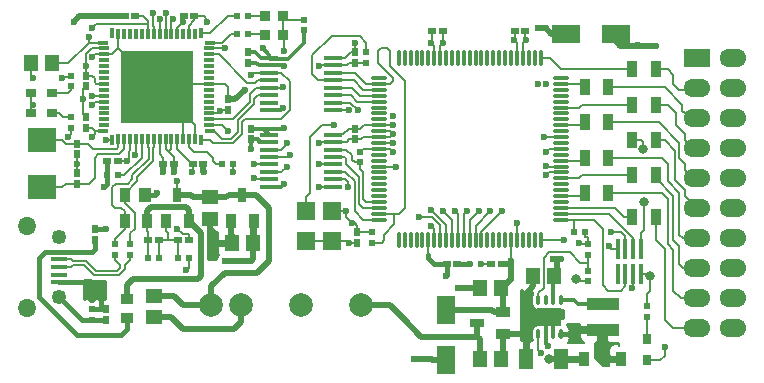
<source format=gtl>
G04 #@! TF.FileFunction,Copper,L1,Top,Signal*
%FSLAX46Y46*%
G04 Gerber Fmt 4.6, Leading zero omitted, Abs format (unit mm)*
G04 Created by KiCad (PCBNEW (after 2015-mar-04 BZR unknown)-product) date Tue 07 Apr 2015 10:15:23 PM EDT*
%MOMM*%
G01*
G04 APERTURE LIST*
%ADD10C,0.100000*%
%ADD11O,1.500000X0.300000*%
%ADD12O,0.300000X1.500000*%
%ADD13O,0.300000X0.850000*%
%ADD14R,2.100000X1.600000*%
%ADD15R,0.900000X0.950000*%
%ADD16R,2.286000X1.524000*%
%ADD17O,2.286000X1.524000*%
%ADD18R,2.400000X2.000000*%
%ADD19C,2.000000*%
%ADD20R,0.300000X0.900000*%
%ADD21R,0.900000X0.300000*%
%ADD22R,6.150000X6.150000*%
%ADD23C,0.800000*%
%ADD24R,0.899160X0.800100*%
%ADD25R,1.100000X1.300000*%
%ADD26R,0.900000X1.300000*%
%ADD27R,1.000000X0.950000*%
%ADD28R,1.350000X0.400000*%
%ADD29O,1.550000X1.550000*%
%ADD30O,1.250000X1.250000*%
%ADD31R,0.800000X1.300000*%
%ADD32R,1.300000X0.900000*%
%ADD33R,1.300000X0.800000*%
%ADD34R,1.600000X1.500000*%
%ADD35R,1.200000X1.800000*%
%ADD36R,0.900000X1.200000*%
%ADD37R,2.700000X1.000000*%
%ADD38R,0.457000X1.727000*%
%ADD39R,0.950000X1.450000*%
%ADD40R,0.600000X0.600000*%
%ADD41R,0.650000X0.600000*%
%ADD42R,0.600000X0.650000*%
%ADD43R,1.450000X1.150000*%
%ADD44R,1.150000X1.450000*%
%ADD45O,1.550000X0.400000*%
%ADD46R,1.550000X2.400000*%
%ADD47R,2.400000X1.550000*%
%ADD48R,0.800100X0.899160*%
%ADD49C,0.600000*%
%ADD50C,0.500000*%
%ADD51C,0.200000*%
%ADD52C,0.400000*%
%ADD53C,0.300000*%
%ADD54C,0.600000*%
%ADD55C,0.254000*%
G04 APERTURE END LIST*
D10*
D11*
X131050000Y-94250000D03*
X131050000Y-94750000D03*
X131050000Y-95250000D03*
X131050000Y-95750000D03*
X131050000Y-96250000D03*
X131050000Y-96750000D03*
X131050000Y-97250000D03*
X131050000Y-97750000D03*
X131050000Y-98250000D03*
X131050000Y-98750000D03*
X131050000Y-99250000D03*
X131050000Y-99750000D03*
X131050000Y-100250000D03*
X131050000Y-100750000D03*
X131050000Y-101250000D03*
X131050000Y-101750000D03*
X131050000Y-102250000D03*
X131050000Y-102750000D03*
X131050000Y-103250000D03*
X131050000Y-103750000D03*
X131050000Y-104250000D03*
X131050000Y-104750000D03*
X131050000Y-105250000D03*
X131050000Y-105750000D03*
X131050000Y-106250000D03*
D12*
X132750000Y-107950000D03*
X133250000Y-107950000D03*
X133750000Y-107950000D03*
X134250000Y-107950000D03*
X134750000Y-107950000D03*
X135250000Y-107950000D03*
X135750000Y-107950000D03*
X136250000Y-107950000D03*
X136750000Y-107950000D03*
X137250000Y-107950000D03*
X137750000Y-107950000D03*
X138250000Y-107950000D03*
X138750000Y-107950000D03*
X139250000Y-107950000D03*
X139750000Y-107950000D03*
X140250000Y-107950000D03*
X140750000Y-107950000D03*
X141250000Y-107950000D03*
X141750000Y-107950000D03*
X142250000Y-107950000D03*
X142750000Y-107950000D03*
X143250000Y-107950000D03*
X143750000Y-107950000D03*
X144250000Y-107950000D03*
X144750000Y-107950000D03*
D11*
X146450000Y-106250000D03*
X146450000Y-105750000D03*
X146450000Y-105250000D03*
X146450000Y-104750000D03*
X146450000Y-104250000D03*
X146450000Y-103750000D03*
X146450000Y-103250000D03*
X146450000Y-102750000D03*
X146450000Y-102250000D03*
X146450000Y-101750000D03*
X146450000Y-101250000D03*
X146450000Y-100750000D03*
X146450000Y-100250000D03*
X146450000Y-99750000D03*
X146450000Y-99250000D03*
X146450000Y-98750000D03*
X146450000Y-98250000D03*
X146450000Y-97750000D03*
X146450000Y-97250000D03*
X146450000Y-96750000D03*
X146450000Y-96250000D03*
X146450000Y-95750000D03*
X146450000Y-95250000D03*
X146450000Y-94750000D03*
X146450000Y-94250000D03*
D12*
X144750000Y-92550000D03*
X144250000Y-92550000D03*
X143750000Y-92550000D03*
X143250000Y-92550000D03*
X142750000Y-92550000D03*
X142250000Y-92550000D03*
X141750000Y-92550000D03*
X141250000Y-92550000D03*
X140750000Y-92550000D03*
X140250000Y-92550000D03*
X139750000Y-92550000D03*
X139250000Y-92550000D03*
X138750000Y-92550000D03*
X138250000Y-92550000D03*
X137750000Y-92550000D03*
X137250000Y-92550000D03*
X136750000Y-92550000D03*
X136250000Y-92550000D03*
X135750000Y-92550000D03*
X135250000Y-92550000D03*
X134750000Y-92550000D03*
X134250000Y-92550000D03*
X133750000Y-92550000D03*
X133250000Y-92550000D03*
X132750000Y-92550000D03*
D13*
X146475000Y-113050000D03*
X145825000Y-113050000D03*
X145175000Y-113050000D03*
X144525000Y-113050000D03*
X144525000Y-115950000D03*
X145175000Y-115950000D03*
X145825000Y-115950000D03*
X146475000Y-115950000D03*
D14*
X145500000Y-114500000D03*
D15*
X122950000Y-89000000D03*
X121450000Y-89000000D03*
D16*
X157976000Y-92570000D03*
D17*
X157976000Y-95110000D03*
X157976000Y-97650000D03*
X157976000Y-100190000D03*
X157976000Y-102730000D03*
X157976000Y-105270000D03*
X157976000Y-107810000D03*
X157976000Y-110350000D03*
X157976000Y-112890000D03*
X157976000Y-115430000D03*
X161024000Y-92570000D03*
X161024000Y-95110000D03*
X161024000Y-97650000D03*
X161024000Y-100190000D03*
X161024000Y-102730000D03*
X161024000Y-105270000D03*
X161024000Y-107810000D03*
X161024000Y-110350000D03*
X161024000Y-112890000D03*
X161024000Y-115430000D03*
D18*
X102500000Y-99500000D03*
X102500000Y-103500000D03*
D19*
X116880000Y-113500000D03*
X119420000Y-113500000D03*
X124500000Y-113500000D03*
X129580000Y-113500000D03*
D20*
X108500000Y-99540000D03*
X109000000Y-99450000D03*
X109500000Y-99450000D03*
X110000000Y-99450000D03*
X110500000Y-99450000D03*
X111000000Y-99450000D03*
X111500000Y-99450000D03*
X112000000Y-99450000D03*
X112500000Y-99450000D03*
X113000000Y-99450000D03*
X113500000Y-99450000D03*
X114000000Y-99450000D03*
X114500000Y-99450000D03*
X115000000Y-99450000D03*
X115500000Y-99450000D03*
X116000000Y-99540000D03*
D21*
X116790000Y-98750000D03*
X116700000Y-98250000D03*
X116700000Y-97750000D03*
X116700000Y-97250000D03*
X116700000Y-96750000D03*
X116700000Y-96250000D03*
X116700000Y-95750000D03*
X116700000Y-95250000D03*
X116700000Y-94750000D03*
X116700000Y-94250000D03*
X116700000Y-93750000D03*
X116700000Y-93250000D03*
X116700000Y-92750000D03*
X116700000Y-92250000D03*
X116700000Y-91750000D03*
X116790000Y-91250000D03*
D20*
X116000000Y-90460000D03*
X115500000Y-90550000D03*
X115000000Y-90550000D03*
X114500000Y-90550000D03*
X114000000Y-90550000D03*
X113500000Y-90550000D03*
X113000000Y-90550000D03*
X112500000Y-90550000D03*
X112000000Y-90550000D03*
X111500000Y-90550000D03*
X111000000Y-90550000D03*
X110500000Y-90550000D03*
X110000000Y-90550000D03*
X109500000Y-90550000D03*
X109000000Y-90550000D03*
X108500000Y-90460000D03*
D21*
X107710000Y-91250000D03*
X107800000Y-91750000D03*
X107800000Y-92250000D03*
X107800000Y-92750000D03*
X107800000Y-93250000D03*
X107800000Y-93750000D03*
X107800000Y-94250000D03*
X107800000Y-94750000D03*
X107800000Y-95250000D03*
X107800000Y-95750000D03*
X107800000Y-96250000D03*
X107800000Y-96750000D03*
X107800000Y-97250000D03*
X107800000Y-97750000D03*
X107800000Y-98250000D03*
X107710000Y-98750000D03*
D22*
X112250000Y-95000000D03*
D23*
X110750000Y-96500000D03*
X110750000Y-93500000D03*
X113750000Y-93500000D03*
X113750000Y-96500000D03*
D24*
X101600840Y-95500000D03*
X103399160Y-95500000D03*
X101600840Y-97250000D03*
X103399160Y-97250000D03*
D25*
X111250000Y-104150000D03*
D26*
X109550000Y-104150000D03*
X109550000Y-106350000D03*
X111450000Y-106350000D03*
D27*
X109750000Y-114550000D03*
X109750000Y-112950000D03*
D28*
X104000000Y-108950000D03*
X104000000Y-109600000D03*
X104000000Y-110250000D03*
X104000000Y-110900000D03*
X104000000Y-111550000D03*
D29*
X101300000Y-106750000D03*
X101300000Y-113750000D03*
D30*
X104000000Y-107750000D03*
X104000000Y-112750000D03*
D26*
X113050000Y-106350000D03*
X114950000Y-106350000D03*
D31*
X114000000Y-104150000D03*
D26*
X118550000Y-106350000D03*
X120450000Y-106350000D03*
D31*
X119500000Y-104150000D03*
D32*
X141600000Y-115950000D03*
X141600000Y-114050000D03*
D33*
X139400000Y-115000000D03*
D34*
X127100000Y-108020000D03*
X127100000Y-105480000D03*
X124900000Y-105480000D03*
X124900000Y-108020000D03*
D35*
X146450000Y-118000000D03*
X143550000Y-118000000D03*
D36*
X148400000Y-118000000D03*
X151600000Y-118000000D03*
D37*
X150000000Y-115600000D03*
X150000000Y-113400000D03*
D38*
X153225000Y-108696000D03*
X152575000Y-108696000D03*
X151925000Y-108696000D03*
X151275000Y-108696000D03*
X151275000Y-110804000D03*
X151925000Y-110804000D03*
X152575000Y-110804000D03*
X153225000Y-110804000D03*
D39*
X154500000Y-93500000D03*
X152500000Y-93500000D03*
X150500000Y-95000000D03*
X148500000Y-95000000D03*
X154500000Y-96500000D03*
X152500000Y-96500000D03*
X150500000Y-98000000D03*
X148500000Y-98000000D03*
X154500000Y-99500000D03*
X152500000Y-99500000D03*
X150500000Y-101000000D03*
X148500000Y-101000000D03*
X154500000Y-102500000D03*
X152500000Y-102500000D03*
X150500000Y-104000000D03*
X148500000Y-104000000D03*
X154500000Y-106000000D03*
X152500000Y-106000000D03*
D40*
X105000000Y-94050000D03*
X105000000Y-94950000D03*
X105000000Y-98450000D03*
X105000000Y-97550000D03*
D41*
X110450000Y-89000000D03*
X109550000Y-89000000D03*
X114550000Y-89000000D03*
X115450000Y-89000000D03*
D42*
X106250000Y-94050000D03*
X106250000Y-94950000D03*
X118250000Y-96950000D03*
X118250000Y-96050000D03*
X106250000Y-98450000D03*
X106250000Y-97550000D03*
D41*
X115300000Y-101500000D03*
X116200000Y-101500000D03*
D15*
X122950000Y-90600000D03*
X121450000Y-90600000D03*
D40*
X124750000Y-90200000D03*
X124750000Y-89300000D03*
X119950000Y-89000000D03*
X119050000Y-89000000D03*
X119950000Y-90500000D03*
X119050000Y-90500000D03*
D42*
X120000000Y-92050000D03*
X120000000Y-92950000D03*
X129000000Y-92050000D03*
X129000000Y-92950000D03*
X105500000Y-99800000D03*
X105500000Y-100700000D03*
X105500000Y-103200000D03*
X105500000Y-102300000D03*
D41*
X108950000Y-101250000D03*
X108050000Y-101250000D03*
D40*
X108950000Y-102500000D03*
X108050000Y-102500000D03*
D41*
X112800000Y-101500000D03*
X113700000Y-101500000D03*
D40*
X117800000Y-101500000D03*
X118700000Y-101500000D03*
D42*
X108000000Y-114700000D03*
X108000000Y-113800000D03*
X107000000Y-107950000D03*
X107000000Y-107050000D03*
D40*
X108750000Y-108300000D03*
X108750000Y-109200000D03*
X110000000Y-108300000D03*
X110000000Y-109200000D03*
X106750000Y-114700000D03*
X106750000Y-113800000D03*
D43*
X116750000Y-104350000D03*
X116750000Y-106150000D03*
D44*
X120400000Y-108250000D03*
X118600000Y-108250000D03*
X103400000Y-93000000D03*
X101600000Y-93000000D03*
D41*
X111550000Y-108000000D03*
X112450000Y-108000000D03*
D40*
X111550000Y-109500000D03*
X112450000Y-109500000D03*
D41*
X114950000Y-108000000D03*
X114050000Y-108000000D03*
D40*
X114050000Y-109500000D03*
X114950000Y-109500000D03*
D45*
X121800000Y-92545000D03*
X121800000Y-93175000D03*
X121800000Y-93805000D03*
X121800000Y-94435000D03*
X121800000Y-95065000D03*
X121800000Y-95695000D03*
X121800000Y-96325000D03*
X121800000Y-96955000D03*
X127200000Y-96955000D03*
X127200000Y-96325000D03*
X127200000Y-95695000D03*
X127200000Y-95065000D03*
X127200000Y-94435000D03*
X127200000Y-93805000D03*
X127200000Y-93175000D03*
X127200000Y-92545000D03*
X121800000Y-99045000D03*
X121800000Y-99675000D03*
X121800000Y-100305000D03*
X121800000Y-100935000D03*
X121800000Y-101565000D03*
X121800000Y-102195000D03*
X121800000Y-102825000D03*
X121800000Y-103455000D03*
X127200000Y-103455000D03*
X127200000Y-102825000D03*
X127200000Y-102195000D03*
X127200000Y-101565000D03*
X127200000Y-100935000D03*
X127200000Y-100305000D03*
X127200000Y-99675000D03*
X127200000Y-99045000D03*
D42*
X129250000Y-108200000D03*
X129250000Y-107300000D03*
D41*
X135550000Y-90250000D03*
X136450000Y-90250000D03*
X142550000Y-90250000D03*
X143450000Y-90250000D03*
X141450000Y-110000000D03*
X140550000Y-110000000D03*
X136800000Y-110000000D03*
X137700000Y-110000000D03*
D42*
X120250000Y-98550000D03*
X120250000Y-99450000D03*
X129000000Y-98550000D03*
X129000000Y-99450000D03*
D44*
X139600000Y-118000000D03*
X141400000Y-118000000D03*
X141400000Y-112000000D03*
X139600000Y-112000000D03*
D40*
X148750000Y-111450000D03*
X148750000Y-110550000D03*
X148750000Y-109200000D03*
X148750000Y-108300000D03*
D44*
X145900000Y-111000000D03*
X144100000Y-111000000D03*
D43*
X112000000Y-112700000D03*
X112000000Y-114500000D03*
D40*
X130500000Y-108200000D03*
X130500000Y-107300000D03*
X130000000Y-92050000D03*
X130000000Y-92950000D03*
X129500000Y-100500000D03*
X129500000Y-101400000D03*
X147600000Y-107250000D03*
X148500000Y-107250000D03*
D46*
X136750000Y-113900000D03*
X136750000Y-118100000D03*
D47*
X146900000Y-90500000D03*
X151100000Y-90500000D03*
D48*
X153750000Y-118149160D03*
X153750000Y-116350840D03*
D40*
X153750000Y-113550000D03*
X153750000Y-114450000D03*
D49*
X114000000Y-107000000D03*
X114000000Y-103000000D03*
X105500000Y-101500000D03*
X108000000Y-99500000D03*
X110424008Y-100784018D03*
X113750000Y-102250000D03*
X116250000Y-102250000D03*
X117250000Y-107500000D03*
X117250000Y-108250000D03*
X117250000Y-109000000D03*
X114750000Y-110500000D03*
X106500000Y-111750000D03*
X107500000Y-111750000D03*
X106500000Y-112750000D03*
X107500000Y-112750000D03*
X108000000Y-107000000D03*
X112250000Y-104000000D03*
X107750000Y-103500000D03*
X123000000Y-93250000D03*
X122939990Y-96750000D03*
X120250000Y-100250000D03*
X123000000Y-103250000D03*
X101750000Y-96500000D03*
X101750000Y-94250000D03*
X105222546Y-89472546D03*
X106810010Y-92500000D03*
X116500000Y-89500000D03*
X119728503Y-95230155D03*
X106000000Y-96000000D03*
X106250000Y-93250000D03*
X118000444Y-91750889D03*
X109750000Y-101250000D03*
X106750000Y-90000000D03*
X112750000Y-102250000D03*
X118750000Y-102250000D03*
X120250000Y-109750000D03*
X119500000Y-109750000D03*
X118750000Y-109750000D03*
X118000000Y-109750000D03*
X121250000Y-91750000D03*
X123000000Y-98500000D03*
X120500000Y-102750000D03*
X117592303Y-97026372D03*
X114500000Y-89500000D03*
X106500000Y-90750000D03*
X115250000Y-102250000D03*
X106750000Y-99250000D03*
X113620011Y-89288591D03*
X120250000Y-94000000D03*
X122939990Y-95000000D03*
X123000000Y-92000000D03*
X118250000Y-98750000D03*
X120500000Y-101500000D03*
X132500000Y-101750000D03*
X126000000Y-101500000D03*
X144750000Y-117500000D03*
X146750000Y-108000000D03*
D23*
X153500000Y-104750000D03*
X153465631Y-100251636D03*
D49*
X150560010Y-108500000D03*
D23*
X154000000Y-111000000D03*
X147750000Y-111250000D03*
X145500000Y-118000000D03*
D49*
X106750000Y-95739997D03*
X104250000Y-94250000D03*
X106750000Y-96500000D03*
X104770986Y-99229014D03*
X142250000Y-109750000D03*
X142250000Y-110500000D03*
X142250000Y-111250000D03*
X132250000Y-100510003D03*
X132249210Y-98214195D03*
X136750000Y-111000000D03*
X145250000Y-100500000D03*
X128500000Y-108250000D03*
X145239990Y-94750000D03*
X144500000Y-94750000D03*
X129260003Y-97000000D03*
X128439990Y-103500000D03*
X129000000Y-91250000D03*
X152500000Y-112000000D03*
X150750000Y-107250000D03*
X135439980Y-106750000D03*
X155250000Y-117000000D03*
X137750000Y-112000000D03*
X138500000Y-112000000D03*
X134000000Y-118000000D03*
X134750000Y-118000000D03*
X135500000Y-118000000D03*
X154500000Y-91500000D03*
X153750000Y-91500000D03*
X152970698Y-91470698D03*
X126000000Y-99750000D03*
X132265985Y-98974012D03*
X132250050Y-97454194D03*
X138750000Y-110000000D03*
X145250000Y-101739997D03*
X145000000Y-99250000D03*
X143500000Y-91000000D03*
X136500000Y-91250000D03*
X126000000Y-93250000D03*
X128500000Y-97000000D03*
X126000000Y-103500000D03*
X128250000Y-105500000D03*
X128750000Y-106500000D03*
X142750000Y-106500000D03*
X139750000Y-110000000D03*
X145500000Y-114500000D03*
X145407697Y-116973628D03*
X148000000Y-108250000D03*
X143500000Y-112500000D03*
X143500000Y-113500000D03*
X143500000Y-114500000D03*
X143500000Y-115500000D03*
X143500000Y-116500000D03*
X144500000Y-90000000D03*
X145172430Y-90000000D03*
X145250000Y-102500000D03*
X142500000Y-91000000D03*
X135500000Y-91250000D03*
X127250000Y-98250000D03*
X132250000Y-99750000D03*
X123500000Y-100750000D03*
X113037403Y-88712597D03*
X123250000Y-101750000D03*
X112500000Y-89250000D03*
X123250000Y-99750000D03*
X111962597Y-88712597D03*
X145770986Y-109560010D03*
X146439990Y-109560010D03*
X134500000Y-106000000D03*
X135500000Y-105439990D03*
X136500000Y-105500000D03*
X137500000Y-105500000D03*
X138500000Y-105500000D03*
X139500000Y-105500000D03*
X140500000Y-105500000D03*
X141500000Y-105500000D03*
D50*
X111450000Y-105550000D02*
X111450000Y-106350000D01*
X111789999Y-105210001D02*
X111450000Y-105550000D01*
X114710001Y-105210001D02*
X111789999Y-105210001D01*
X114950000Y-105450000D02*
X114710001Y-105210001D01*
X114950000Y-106350000D02*
X114950000Y-105450000D01*
X114950000Y-106350000D02*
X116000000Y-107400000D01*
X116000000Y-107400000D02*
X116000000Y-111000000D01*
X116000000Y-111000000D02*
X115750000Y-111250000D01*
X115750000Y-111250000D02*
X110250000Y-111250000D01*
X109750000Y-111750000D02*
X109750000Y-112950000D01*
X110250000Y-111250000D02*
X109750000Y-111750000D01*
D51*
X111550000Y-108000000D02*
X111550000Y-109500000D01*
X111550000Y-108000000D02*
X111550000Y-107300000D01*
X111450000Y-107200000D02*
X111450000Y-106350000D01*
X111550000Y-107300000D02*
X111450000Y-107200000D01*
X113240345Y-107390345D02*
X113240345Y-108000000D01*
X113050000Y-106350000D02*
X113050000Y-107200000D01*
X113050000Y-107200000D02*
X113240345Y-107390345D01*
X113240345Y-108000000D02*
X114050000Y-108000000D01*
X112450000Y-108000000D02*
X113240345Y-108000000D01*
X112450000Y-108000000D02*
X112450000Y-109500000D01*
X114050000Y-108000000D02*
X114050000Y-109500000D01*
D50*
X116750000Y-104350000D02*
X115350000Y-104350000D01*
X115150000Y-104150000D02*
X114000000Y-104150000D01*
X115350000Y-104350000D02*
X115150000Y-104150000D01*
X116750000Y-104350000D02*
X118150000Y-104350000D01*
X118350000Y-104150000D02*
X119500000Y-104150000D01*
X118150000Y-104350000D02*
X118350000Y-104150000D01*
X119500000Y-104150000D02*
X120650000Y-104150000D01*
X120650000Y-104150000D02*
X121750000Y-105250000D01*
X121750000Y-105250000D02*
X121750000Y-109750000D01*
X121750000Y-109750000D02*
X120750000Y-110750000D01*
X120750000Y-110750000D02*
X118000000Y-110750000D01*
X116880000Y-111870000D02*
X116880000Y-113500000D01*
X118000000Y-110750000D02*
X116880000Y-111870000D01*
D51*
X114439999Y-107439999D02*
X114000000Y-107000000D01*
X114889999Y-107439999D02*
X114439999Y-107439999D01*
X114950000Y-107500000D02*
X114889999Y-107439999D01*
X114950000Y-108000000D02*
X114950000Y-107500000D01*
X114000000Y-103000000D02*
X114000000Y-104150000D01*
D50*
X112000000Y-112700000D02*
X113700000Y-112700000D01*
X114500000Y-113500000D02*
X116880000Y-113500000D01*
X113700000Y-112700000D02*
X114500000Y-113500000D01*
D51*
X115450000Y-89378802D02*
X115450000Y-89000000D01*
X115000000Y-89828802D02*
X115450000Y-89378802D01*
X115000000Y-90550000D02*
X115000000Y-89828802D01*
X105500000Y-102300000D02*
X105500000Y-101500000D01*
X105500000Y-100700000D02*
X105500000Y-101500000D01*
X108040000Y-99540000D02*
X108000000Y-99500000D01*
X108500000Y-99540000D02*
X108040000Y-99540000D01*
X110500000Y-100708026D02*
X110424008Y-100784018D01*
X110500000Y-99450000D02*
X110500000Y-100708026D01*
D50*
X113700000Y-102200000D02*
X113750000Y-102250000D01*
X113700000Y-101500000D02*
X113700000Y-102200000D01*
X116200000Y-102200000D02*
X116250000Y-102250000D01*
X116200000Y-101500000D02*
X116200000Y-102200000D01*
D51*
X113700000Y-100950000D02*
X113700000Y-101000000D01*
X113700000Y-101000000D02*
X113700000Y-101500000D01*
X113000000Y-99450000D02*
X113000000Y-100250000D01*
X113194494Y-100444494D02*
X113700000Y-100950000D01*
X113000000Y-100250000D02*
X113194494Y-100444494D01*
X113305506Y-100444494D02*
X113194494Y-100444494D01*
X113500000Y-100250000D02*
X113305506Y-100444494D01*
X113500000Y-99450000D02*
X113500000Y-100250000D01*
X114500000Y-97250000D02*
X112250000Y-95000000D01*
X114500000Y-99450000D02*
X114500000Y-97250000D01*
X115500000Y-98250000D02*
X112250000Y-95000000D01*
X115500000Y-99450000D02*
X115500000Y-98250000D01*
D50*
X116750000Y-107000000D02*
X117250000Y-107500000D01*
X116750000Y-106150000D02*
X116750000Y-107000000D01*
X117250000Y-107500000D02*
X117250000Y-108250000D01*
X117250000Y-108250000D02*
X117250000Y-109000000D01*
X117250000Y-108250000D02*
X118600000Y-108250000D01*
X118550000Y-108200000D02*
X118600000Y-108250000D01*
X118550000Y-106350000D02*
X118550000Y-108200000D01*
D51*
X114950000Y-110300000D02*
X114750000Y-110500000D01*
X114950000Y-109500000D02*
X114950000Y-110300000D01*
D52*
X106300000Y-111550000D02*
X106500000Y-111750000D01*
X104000000Y-111550000D02*
X106300000Y-111550000D01*
X106500000Y-111750000D02*
X107500000Y-111750000D01*
X106500000Y-111750000D02*
X106500000Y-112750000D01*
X107500000Y-111750000D02*
X107500000Y-112750000D01*
X107500000Y-113782357D02*
X107482357Y-113800000D01*
X107500000Y-112750000D02*
X107500000Y-113782357D01*
X107482357Y-113800000D02*
X108000000Y-113800000D01*
X106750000Y-113800000D02*
X107482357Y-113800000D01*
X107950000Y-107050000D02*
X108000000Y-107000000D01*
X107000000Y-107050000D02*
X107950000Y-107050000D01*
X112100000Y-104150000D02*
X112250000Y-104000000D01*
X111250000Y-104150000D02*
X112100000Y-104150000D01*
X108050000Y-101250000D02*
X108050000Y-102500000D01*
X108050000Y-103200000D02*
X107750000Y-103500000D01*
X108050000Y-102500000D02*
X108050000Y-103200000D01*
D50*
X119420000Y-114914213D02*
X118834213Y-115500000D01*
X119420000Y-113500000D02*
X119420000Y-114914213D01*
X118834213Y-115500000D02*
X114500000Y-115500000D01*
X113500000Y-114500000D02*
X112000000Y-114500000D01*
X114500000Y-115500000D02*
X113500000Y-114500000D01*
D53*
X122925000Y-93175000D02*
X123000000Y-93250000D01*
X121800000Y-93175000D02*
X122925000Y-93175000D01*
X120000000Y-92950000D02*
X120700000Y-92950000D01*
X120925000Y-93175000D02*
X121800000Y-93175000D01*
X120700000Y-92950000D02*
X120925000Y-93175000D01*
X122734990Y-96955000D02*
X122939990Y-96750000D01*
X121800000Y-96955000D02*
X122734990Y-96955000D01*
X121800000Y-99675000D02*
X120925000Y-99675000D01*
X120850000Y-99450000D02*
X120250000Y-99450000D01*
X120925000Y-99525000D02*
X120850000Y-99450000D01*
X120925000Y-99675000D02*
X120925000Y-99525000D01*
X120250000Y-99450000D02*
X120250000Y-100250000D01*
X122795000Y-103455000D02*
X123000000Y-103250000D01*
X121800000Y-103455000D02*
X122795000Y-103455000D01*
D51*
X101600840Y-96649160D02*
X101750000Y-96500000D01*
X101600840Y-97250000D02*
X101600840Y-96649160D01*
X101600840Y-96350840D02*
X101750000Y-96500000D01*
X101600840Y-95500000D02*
X101600840Y-96350840D01*
X101600000Y-94100000D02*
X101750000Y-94250000D01*
X101600000Y-93000000D02*
X101600000Y-94100000D01*
D50*
X105695092Y-89000000D02*
X105222546Y-89472546D01*
X109550000Y-89000000D02*
X105695092Y-89000000D01*
D51*
X109000000Y-91750000D02*
X112250000Y-95000000D01*
X109000000Y-90550000D02*
X109000000Y-91750000D01*
X108500000Y-92250000D02*
X109000000Y-91750000D01*
X107800000Y-92250000D02*
X108500000Y-92250000D01*
X107060010Y-92250000D02*
X106810010Y-92500000D01*
X107800000Y-92250000D02*
X107060010Y-92250000D01*
X115450000Y-89000000D02*
X116250000Y-89000000D01*
X116250000Y-89000000D02*
X116549999Y-89299999D01*
X116549999Y-89299999D02*
X116549999Y-89450001D01*
X116549999Y-89450001D02*
X116500000Y-89500000D01*
X112500000Y-94750000D02*
X112250000Y-95000000D01*
X116700000Y-94750000D02*
X112500000Y-94750000D01*
X116700000Y-94750000D02*
X118000000Y-94750000D01*
X118250000Y-95000000D02*
X118250000Y-96050000D01*
X118000000Y-94750000D02*
X118250000Y-95000000D01*
D50*
X118908658Y-96050000D02*
X119728503Y-95230155D01*
X118250000Y-96050000D02*
X118908658Y-96050000D01*
D51*
X106000000Y-95200000D02*
X106000000Y-96000000D01*
X106250000Y-94950000D02*
X106000000Y-95200000D01*
X106000000Y-97300000D02*
X106000000Y-96000000D01*
X106250000Y-97550000D02*
X106000000Y-97300000D01*
X111500000Y-89408602D02*
X111379989Y-89288591D01*
X111091398Y-89000000D02*
X111379989Y-89288591D01*
X110450000Y-89000000D02*
X111091398Y-89000000D01*
X110000000Y-100379224D02*
X109864007Y-100515217D01*
X110000000Y-99450000D02*
X110000000Y-100379224D01*
X107150000Y-94750000D02*
X107800000Y-94750000D01*
X107000000Y-94600000D02*
X107150000Y-94750000D01*
X107000000Y-94250000D02*
X107000000Y-94600000D01*
X106800000Y-94050000D02*
X107000000Y-94250000D01*
X106250000Y-94050000D02*
X106800000Y-94050000D01*
X106750000Y-91750000D02*
X106250000Y-92250000D01*
X107800000Y-91750000D02*
X106750000Y-91750000D01*
X106250000Y-94050000D02*
X106250000Y-93250000D01*
X106250000Y-92250000D02*
X106250000Y-93250000D01*
X117999555Y-91750000D02*
X118000444Y-91750889D01*
X116700000Y-91750000D02*
X117999555Y-91750000D01*
X109864007Y-101135993D02*
X109750000Y-101250000D01*
X109864007Y-100515217D02*
X109864007Y-101135993D01*
X108950000Y-101250000D02*
X109750000Y-101250000D01*
X107093691Y-89656309D02*
X106750000Y-90000000D01*
X111500000Y-89656309D02*
X107093691Y-89656309D01*
X111500000Y-90550000D02*
X111500000Y-89656309D01*
X111500000Y-89656309D02*
X111500000Y-89408602D01*
D50*
X112800000Y-102200000D02*
X112750000Y-102250000D01*
X112800000Y-101500000D02*
X112800000Y-102200000D01*
D51*
X112500000Y-100700000D02*
X112500000Y-99450000D01*
X112800000Y-101000000D02*
X112500000Y-100700000D01*
X112800000Y-101500000D02*
X112800000Y-101000000D01*
X118700000Y-102200000D02*
X118750000Y-102250000D01*
X118700000Y-101500000D02*
X118700000Y-102200000D01*
D50*
X120400000Y-109600000D02*
X120250000Y-109750000D01*
X120400000Y-108250000D02*
X120400000Y-109600000D01*
X120250000Y-109750000D02*
X119500000Y-109750000D01*
X119500000Y-109750000D02*
X118750000Y-109750000D01*
X118750000Y-109750000D02*
X118000000Y-109750000D01*
D53*
X121800000Y-92545000D02*
X121045000Y-92545000D01*
X120550000Y-92050000D02*
X120000000Y-92050000D01*
X121045000Y-92545000D02*
X120550000Y-92050000D01*
X121800000Y-92300000D02*
X121250000Y-91750000D01*
X121800000Y-92545000D02*
X121800000Y-92300000D01*
X124750000Y-90200000D02*
X124750000Y-91250000D01*
X123389999Y-92610001D02*
X124750000Y-91250000D01*
X121865001Y-92610001D02*
X123389999Y-92610001D01*
X121800000Y-92545000D02*
X121865001Y-92610001D01*
X121305000Y-98550000D02*
X121800000Y-99045000D01*
X122950000Y-98550000D02*
X123000000Y-98500000D01*
X121047056Y-98550000D02*
X122950000Y-98550000D01*
X120250000Y-98550000D02*
X121047056Y-98550000D01*
X121047056Y-98550000D02*
X121305000Y-98550000D01*
D54*
X120400000Y-106400000D02*
X120450000Y-106350000D01*
X120400000Y-108250000D02*
X120400000Y-106400000D01*
D51*
X120575000Y-102825000D02*
X120500000Y-102750000D01*
X121800000Y-102825000D02*
X120575000Y-102825000D01*
X117368675Y-97250000D02*
X117592303Y-97026372D01*
X116700000Y-97250000D02*
X117368675Y-97250000D01*
X117668675Y-96950000D02*
X117592303Y-97026372D01*
X118250000Y-96950000D02*
X117668675Y-96950000D01*
D52*
X106750000Y-114700000D02*
X108000000Y-114700000D01*
X105950000Y-114700000D02*
X104000000Y-112750000D01*
X106750000Y-114700000D02*
X105950000Y-114700000D01*
X104000000Y-108950000D02*
X102800000Y-108950000D01*
X102800000Y-108950000D02*
X102250000Y-109500000D01*
X102250000Y-109500000D02*
X102250000Y-112750000D01*
X102250000Y-112750000D02*
X105500000Y-116000000D01*
X105500000Y-116000000D02*
X109250000Y-116000000D01*
X109750000Y-115500000D02*
X109750000Y-114550000D01*
X109250000Y-116000000D02*
X109750000Y-115500000D01*
X104000000Y-108950000D02*
X106800000Y-108950000D01*
X107000000Y-108750000D02*
X107000000Y-107950000D01*
X106800000Y-108950000D02*
X107000000Y-108750000D01*
D51*
X114000000Y-90000000D02*
X114500000Y-89500000D01*
X114000000Y-90550000D02*
X114000000Y-90000000D01*
X114550000Y-89450000D02*
X114500000Y-89500000D01*
X114550000Y-89000000D02*
X114550000Y-89450000D01*
X107710000Y-91250000D02*
X106500000Y-91250000D01*
X104750000Y-93000000D02*
X103400000Y-93000000D01*
X106500000Y-91250000D02*
X104750000Y-93000000D01*
X106500000Y-91250000D02*
X106500000Y-90750000D01*
X115275000Y-101500000D02*
X115300000Y-101500000D01*
X114000000Y-100225000D02*
X115275000Y-101500000D01*
X114000000Y-99450000D02*
X114000000Y-100225000D01*
X115300000Y-102200000D02*
X115250000Y-102250000D01*
X115300000Y-101500000D02*
X115300000Y-102200000D01*
X106760000Y-98450000D02*
X106250000Y-98450000D01*
X107060000Y-98750000D02*
X106760000Y-98450000D01*
X107710000Y-98750000D02*
X107060000Y-98750000D01*
X107049999Y-98760001D02*
X107060000Y-98750000D01*
X107049999Y-98950001D02*
X107049999Y-98760001D01*
X106750000Y-99250000D02*
X107049999Y-98950001D01*
X109000000Y-100100000D02*
X108849999Y-100250001D01*
X108849999Y-100250001D02*
X106850001Y-100250001D01*
X109000000Y-99450000D02*
X109000000Y-100100000D01*
X106400000Y-99800000D02*
X105500000Y-99800000D01*
X106850001Y-100250001D02*
X106400000Y-99800000D01*
X105500000Y-99800000D02*
X104550000Y-99800000D01*
X104250000Y-99500000D02*
X102500000Y-99500000D01*
X104550000Y-99800000D02*
X104250000Y-99500000D01*
X107000000Y-102750000D02*
X106550000Y-103200000D01*
X106550000Y-103200000D02*
X105500000Y-103200000D01*
X107000000Y-101000000D02*
X107000000Y-102750000D01*
X107506998Y-100700000D02*
X107300000Y-100700000D01*
X107516999Y-100689999D02*
X107506998Y-100700000D01*
X109060001Y-100689999D02*
X107516999Y-100689999D01*
X107300000Y-100700000D02*
X107000000Y-101000000D01*
X109500000Y-100250000D02*
X109060001Y-100689999D01*
X109500000Y-99450000D02*
X109500000Y-100250000D01*
X104250000Y-103500000D02*
X102500000Y-103500000D01*
X104550000Y-103200000D02*
X104250000Y-103500000D01*
X105500000Y-103200000D02*
X104550000Y-103200000D01*
X105000000Y-94950000D02*
X105000000Y-95250000D01*
X104750000Y-95500000D02*
X103399160Y-95500000D01*
X105000000Y-95250000D02*
X104750000Y-95500000D01*
X105000000Y-97550000D02*
X104300000Y-97550000D01*
X104000000Y-97250000D02*
X103399160Y-97250000D01*
X104300000Y-97550000D02*
X104000000Y-97250000D01*
X109550000Y-107050000D02*
X109550000Y-106350000D01*
X108750000Y-107850000D02*
X109550000Y-107050000D01*
X108750000Y-108300000D02*
X108750000Y-107850000D01*
X110200000Y-102500000D02*
X111560000Y-101140000D01*
X111560000Y-100185000D02*
X111500000Y-100125000D01*
X111560000Y-101140000D02*
X111560000Y-100185000D01*
X108800000Y-103200000D02*
X109800000Y-103200000D01*
X108500000Y-103500000D02*
X108800000Y-103200000D01*
X108500000Y-105000000D02*
X108500000Y-103500000D01*
X108750000Y-105250000D02*
X108500000Y-105000000D01*
X111500000Y-100125000D02*
X111500000Y-99450000D01*
X109250000Y-105250000D02*
X108750000Y-105250000D01*
X109550000Y-105550000D02*
X109250000Y-105250000D01*
X110200000Y-102800000D02*
X110200000Y-102500000D01*
X109800000Y-103200000D02*
X110200000Y-102800000D01*
X109550000Y-106350000D02*
X109550000Y-105550000D01*
X110400000Y-105700000D02*
X109550000Y-104850000D01*
X110400000Y-107000000D02*
X110400000Y-105700000D01*
X109550000Y-104850000D02*
X109550000Y-104150000D01*
X110000000Y-107400000D02*
X110400000Y-107000000D01*
X110000000Y-108300000D02*
X110000000Y-107400000D01*
X111940000Y-100185000D02*
X112000000Y-100125000D01*
X111940000Y-101310000D02*
X111940000Y-100185000D01*
X110600000Y-102650000D02*
X111940000Y-101310000D01*
X110600000Y-103000000D02*
X110600000Y-102650000D01*
X112000000Y-100125000D02*
X112000000Y-99450000D01*
X109550000Y-104050000D02*
X110600000Y-103000000D01*
X109550000Y-104150000D02*
X109550000Y-104050000D01*
X152250000Y-105750000D02*
X152500000Y-106000000D01*
X147400000Y-105250000D02*
X146450000Y-105250000D01*
X151075000Y-105250000D02*
X147400000Y-105250000D01*
X151825000Y-106000000D02*
X151075000Y-105250000D01*
X152500000Y-106000000D02*
X151825000Y-106000000D01*
X148250000Y-104250000D02*
X148500000Y-104000000D01*
X146450000Y-104250000D02*
X148250000Y-104250000D01*
X146450000Y-102750000D02*
X148000000Y-102750000D01*
X148250000Y-102500000D02*
X152500000Y-102500000D01*
X148000000Y-102750000D02*
X148250000Y-102500000D01*
X148250000Y-101250000D02*
X148500000Y-101000000D01*
X146450000Y-101250000D02*
X148250000Y-101250000D01*
X148250000Y-98250000D02*
X148500000Y-98000000D01*
X146450000Y-98250000D02*
X148250000Y-98250000D01*
X146450000Y-96750000D02*
X148000000Y-96750000D01*
X148250000Y-96500000D02*
X152500000Y-96500000D01*
X148000000Y-96750000D02*
X148250000Y-96500000D01*
X148250000Y-94750000D02*
X148500000Y-95000000D01*
X146450000Y-94750000D02*
X148250000Y-94750000D01*
X152500000Y-93500000D02*
X146500000Y-93500000D01*
X145550000Y-92550000D02*
X144750000Y-92550000D01*
X146500000Y-93500000D02*
X145550000Y-92550000D01*
X105012500Y-109600000D02*
X105147500Y-109735000D01*
X104000000Y-109600000D02*
X105012500Y-109600000D01*
X105147500Y-109735000D02*
X106253700Y-109735000D01*
X106253700Y-109735000D02*
X107078700Y-110560000D01*
X107078700Y-110560000D02*
X108921300Y-110560000D01*
X108750000Y-109650000D02*
X108750000Y-109200000D01*
X109185000Y-110296300D02*
X109185000Y-110085000D01*
X108921300Y-110560000D02*
X109185000Y-110296300D01*
X109185000Y-110085000D02*
X108750000Y-109650000D01*
X105147500Y-110115000D02*
X106096300Y-110115000D01*
X105012500Y-110250000D02*
X105147500Y-110115000D01*
X104000000Y-110250000D02*
X105012500Y-110250000D01*
X106096300Y-110115000D02*
X106921300Y-110940000D01*
X106921300Y-110940000D02*
X109078700Y-110940000D01*
X110000000Y-109650000D02*
X110000000Y-109200000D01*
X109565000Y-110085000D02*
X110000000Y-109650000D01*
X109565000Y-110453700D02*
X109565000Y-110085000D01*
X109078700Y-110940000D02*
X109565000Y-110453700D01*
X158230000Y-95110000D02*
X158090000Y-95250000D01*
X158090000Y-95250000D02*
X156500000Y-95250000D01*
X156500000Y-95250000D02*
X156000000Y-94750000D01*
X156000000Y-94750000D02*
X156000000Y-94000000D01*
X156000000Y-94000000D02*
X155500000Y-93500000D01*
X155500000Y-93500000D02*
X154500000Y-93500000D01*
X150500000Y-95000000D02*
X155250000Y-95000000D01*
X155250000Y-95000000D02*
X156750000Y-96500000D01*
X156750000Y-96500000D02*
X156750000Y-97006492D01*
X156750000Y-97006492D02*
X156993508Y-97250000D01*
X156993508Y-97250000D02*
X157830000Y-97250000D01*
X157830000Y-97250000D02*
X158230000Y-97650000D01*
X157000000Y-99500000D02*
X157690000Y-100190000D01*
X157690000Y-100190000D02*
X158230000Y-100190000D01*
X157000000Y-99000000D02*
X157000000Y-99500000D01*
X156250000Y-98250000D02*
X157000000Y-99000000D01*
X156250000Y-97250000D02*
X156250000Y-98250000D01*
X155500000Y-96500000D02*
X156250000Y-97250000D01*
X154500000Y-96500000D02*
X155500000Y-96500000D01*
X150500000Y-98000000D02*
X154750000Y-98000000D01*
X154750000Y-98000000D02*
X156500000Y-99750000D01*
X157000000Y-101500000D02*
X157000000Y-102000000D01*
X156500000Y-99750000D02*
X156500000Y-101000000D01*
X157730000Y-102730000D02*
X158230000Y-102730000D01*
X156500000Y-101000000D02*
X157000000Y-101500000D01*
X157000000Y-102000000D02*
X157730000Y-102730000D01*
X157022140Y-104272140D02*
X158020000Y-105270000D01*
X158020000Y-105270000D02*
X158230000Y-105270000D01*
X156139990Y-102889990D02*
X157022140Y-103772140D01*
X157022140Y-103772140D02*
X157022140Y-104272140D01*
X156139990Y-100389990D02*
X156139990Y-102889990D01*
X155250000Y-99500000D02*
X156139990Y-100389990D01*
X154500000Y-99500000D02*
X155250000Y-99500000D01*
X150500000Y-101000000D02*
X155000000Y-101000000D01*
X155000000Y-101000000D02*
X155500000Y-101500000D01*
X155500000Y-101500000D02*
X155500000Y-103009130D01*
X155500000Y-103009130D02*
X156500000Y-104009130D01*
X156500000Y-104009130D02*
X156500000Y-107500000D01*
X156500000Y-107500000D02*
X156810000Y-107810000D01*
X156810000Y-107810000D02*
X158230000Y-107810000D01*
X156500000Y-110000000D02*
X156850000Y-110350000D01*
X156850000Y-110350000D02*
X158230000Y-110350000D01*
X156500000Y-108500000D02*
X156500000Y-110000000D01*
X156000000Y-108000000D02*
X156500000Y-108500000D01*
X156000000Y-104250000D02*
X156000000Y-108000000D01*
X154500000Y-102750000D02*
X156000000Y-104250000D01*
X154500000Y-102500000D02*
X154500000Y-102750000D01*
X150500000Y-104000000D02*
X155000000Y-104000000D01*
X155000000Y-104000000D02*
X155500000Y-104500000D01*
X155500000Y-104500000D02*
X155500000Y-108282282D01*
X156000000Y-112250000D02*
X156640000Y-112890000D01*
X155500000Y-108282282D02*
X156000000Y-108782282D01*
X156000000Y-108782282D02*
X156000000Y-112250000D01*
X156640000Y-112890000D02*
X158230000Y-112890000D01*
X154500000Y-106000000D02*
X154500000Y-108000000D01*
X154500000Y-108000000D02*
X155250000Y-108750000D01*
X155250000Y-108750000D02*
X155250000Y-114750000D01*
X155250000Y-114750000D02*
X155930000Y-115430000D01*
X155930000Y-115430000D02*
X158230000Y-115430000D01*
X115000000Y-100100000D02*
X115400000Y-100500000D01*
X115000000Y-99450000D02*
X115000000Y-100100000D01*
X115400000Y-100500000D02*
X116500000Y-100500000D01*
X116500000Y-100500000D02*
X117000000Y-101000000D01*
X117000000Y-101000000D02*
X117000000Y-101250000D01*
X117250000Y-101500000D02*
X117800000Y-101500000D01*
X117000000Y-101250000D02*
X117250000Y-101500000D01*
X111000000Y-101000000D02*
X111000000Y-99450000D01*
X109500000Y-102500000D02*
X111000000Y-101000000D01*
X108950000Y-102500000D02*
X109500000Y-102500000D01*
X116000000Y-90460000D02*
X116790000Y-90460000D01*
X118250000Y-89000000D02*
X119050000Y-89000000D01*
X116790000Y-90460000D02*
X118250000Y-89000000D01*
X113500000Y-89408602D02*
X113620011Y-89288591D01*
X113500000Y-90550000D02*
X113500000Y-89408602D01*
X116790000Y-99540000D02*
X116000000Y-99540000D01*
X117020011Y-99770011D02*
X116790000Y-99540000D01*
X119500000Y-99000000D02*
X118960000Y-99540000D01*
X119500000Y-97956998D02*
X119500000Y-99000000D01*
X118960000Y-99540000D02*
X118945932Y-99540000D01*
X119706998Y-97750000D02*
X119500000Y-97956998D01*
X122750000Y-97750000D02*
X119706998Y-97750000D01*
X118945932Y-99540000D02*
X118715922Y-99770011D01*
X123500000Y-97000000D02*
X122750000Y-97750000D01*
X123500000Y-94500000D02*
X123500000Y-97000000D01*
X122805000Y-93805000D02*
X123500000Y-94500000D01*
X118715922Y-99770011D02*
X117020011Y-99770011D01*
X121800000Y-93805000D02*
X122805000Y-93805000D01*
X120445000Y-93805000D02*
X120250000Y-94000000D01*
X121800000Y-93805000D02*
X120445000Y-93805000D01*
X120805000Y-95695000D02*
X121800000Y-95695000D01*
X120500000Y-96000000D02*
X120805000Y-95695000D01*
X120500000Y-96327905D02*
X120500000Y-96000000D01*
X120500000Y-96447868D02*
X120500000Y-96327905D01*
X120500000Y-96447867D02*
X120500000Y-96327905D01*
X119139990Y-97807877D02*
X120500000Y-96447867D01*
X119139990Y-98836812D02*
X119139990Y-97807877D01*
X118566801Y-99410001D02*
X119139990Y-98836812D01*
X117750001Y-99410001D02*
X118566801Y-99410001D01*
X117090000Y-98750000D02*
X117750001Y-99410001D01*
X116790000Y-98750000D02*
X117090000Y-98750000D01*
X120685000Y-95065000D02*
X121800000Y-95065000D01*
X120139990Y-95610010D02*
X120685000Y-95065000D01*
X120139990Y-96298746D02*
X120139990Y-95610010D01*
X118688736Y-97750000D02*
X120139990Y-96298746D01*
X116700000Y-97750000D02*
X118688736Y-97750000D01*
X122874990Y-95065000D02*
X122939990Y-95000000D01*
X121800000Y-95065000D02*
X122874990Y-95065000D01*
X122950000Y-89000000D02*
X122950000Y-90600000D01*
X123250000Y-89300000D02*
X122950000Y-89000000D01*
X124750000Y-89300000D02*
X123250000Y-89300000D01*
X123000000Y-90650000D02*
X122950000Y-90600000D01*
X123000000Y-92000000D02*
X123000000Y-90650000D01*
X117500000Y-92250000D02*
X116700000Y-92250000D01*
X119910001Y-94660001D02*
X117500000Y-92250000D01*
X120566801Y-94660001D02*
X119910001Y-94660001D01*
X120791802Y-94435000D02*
X120566801Y-94660001D01*
X121800000Y-94435000D02*
X120791802Y-94435000D01*
X116700000Y-98250000D02*
X117750000Y-98250000D01*
X121735000Y-101500000D02*
X121800000Y-101565000D01*
X117750000Y-98250000D02*
X118250000Y-98750000D01*
X120565000Y-101565000D02*
X120500000Y-101500000D01*
X121800000Y-101565000D02*
X120565000Y-101565000D01*
X129750000Y-95250000D02*
X131050000Y-95250000D01*
X128935000Y-94435000D02*
X129750000Y-95250000D01*
X127200000Y-94435000D02*
X128935000Y-94435000D01*
X125935000Y-94435000D02*
X127200000Y-94435000D01*
X125439999Y-92310001D02*
X125439999Y-93939999D01*
X127060001Y-90689999D02*
X125439999Y-92310001D01*
X129439999Y-90689999D02*
X127060001Y-90689999D01*
X130000000Y-91250000D02*
X129439999Y-90689999D01*
X125439999Y-93939999D02*
X125935000Y-94435000D01*
X130000000Y-92050000D02*
X130000000Y-91250000D01*
X129000000Y-101400000D02*
X129500000Y-101400000D01*
X128750000Y-100750000D02*
X128750000Y-101150000D01*
X128305000Y-100305000D02*
X128750000Y-100750000D01*
X127200000Y-100305000D02*
X128305000Y-100305000D01*
X129750000Y-104500000D02*
X130000000Y-104750000D01*
X129750000Y-102240870D02*
X129750000Y-104500000D01*
X130000000Y-104750000D02*
X131050000Y-104750000D01*
X129500000Y-101400000D02*
X129500000Y-101990870D01*
X128750000Y-101150000D02*
X129000000Y-101400000D01*
X129500000Y-101990870D02*
X129750000Y-102240870D01*
X132500000Y-101750000D02*
X131050000Y-101750000D01*
X126065000Y-101565000D02*
X126000000Y-101500000D01*
X127200000Y-101565000D02*
X126065000Y-101565000D01*
X130100000Y-95750000D02*
X131050000Y-95750000D01*
X129500000Y-95750000D02*
X130100000Y-95750000D01*
X128815000Y-95065000D02*
X129500000Y-95750000D01*
X127200000Y-95065000D02*
X128815000Y-95065000D01*
X129250000Y-96250000D02*
X130100000Y-96250000D01*
X128695000Y-95695000D02*
X129250000Y-96250000D01*
X130100000Y-96250000D02*
X131050000Y-96250000D01*
X127200000Y-95695000D02*
X128695000Y-95695000D01*
X130000000Y-94750000D02*
X131050000Y-94750000D01*
X129055000Y-93805000D02*
X130000000Y-94750000D01*
X127200000Y-93805000D02*
X129055000Y-93805000D01*
X130500000Y-108200000D02*
X131300000Y-108200000D01*
X131300000Y-108200000D02*
X131500000Y-108000000D01*
X131500000Y-108000000D02*
X131500000Y-107500000D01*
X132352153Y-106647847D02*
X132352153Y-105750000D01*
X131500000Y-107500000D02*
X132352153Y-106647847D01*
X131050000Y-105750000D02*
X132352153Y-105750000D01*
X132750000Y-105750000D02*
X133250000Y-105250000D01*
X132352153Y-105750000D02*
X132750000Y-105750000D01*
X133250000Y-95445953D02*
X133250000Y-95250000D01*
X133250000Y-105250000D02*
X133250000Y-95445953D01*
X133250000Y-94500000D02*
X133250000Y-95445953D01*
X132000000Y-93250000D02*
X133250000Y-94500000D01*
X132000000Y-92000000D02*
X132000000Y-93250000D01*
X131750000Y-91750000D02*
X132000000Y-92000000D01*
X131000000Y-92000000D02*
X131250000Y-91750000D01*
X132250000Y-94250000D02*
X131000000Y-93000000D01*
X131250000Y-91750000D02*
X131750000Y-91750000D01*
X132250000Y-94500000D02*
X132250000Y-94250000D01*
X131000000Y-93000000D02*
X131000000Y-92000000D01*
X132000000Y-94750000D02*
X132250000Y-94500000D01*
X131050000Y-94750000D02*
X132000000Y-94750000D01*
X119950000Y-89000000D02*
X121450000Y-89000000D01*
X121350000Y-90500000D02*
X121450000Y-90600000D01*
X119950000Y-90500000D02*
X121350000Y-90500000D01*
X144525000Y-117275000D02*
X144750000Y-117500000D01*
X144525000Y-115950000D02*
X144525000Y-117275000D01*
X144800000Y-108000000D02*
X144750000Y-107950000D01*
X146750000Y-108000000D02*
X144800000Y-108000000D01*
X153500000Y-107107500D02*
X153500000Y-104750000D01*
X153225000Y-107382500D02*
X153500000Y-107107500D01*
X153465631Y-99685951D02*
X153279680Y-99500000D01*
X153465631Y-100251636D02*
X153465631Y-99685951D01*
X153279680Y-99500000D02*
X152500000Y-99500000D01*
X153225000Y-107382500D02*
X153225000Y-108696000D01*
X150856010Y-108696000D02*
X150756010Y-108696000D01*
X150756010Y-108696000D02*
X150560010Y-108500000D01*
X154000000Y-112250000D02*
X153750000Y-112500000D01*
X153750000Y-112500000D02*
X153750000Y-113550000D01*
X154000000Y-111000000D02*
X154000000Y-112250000D01*
D54*
X148400000Y-118000000D02*
X146450000Y-118000000D01*
D51*
X151275000Y-108696000D02*
X150856010Y-108696000D01*
X153804000Y-110804000D02*
X154000000Y-111000000D01*
X153225000Y-110804000D02*
X153804000Y-110804000D01*
X147950000Y-111450000D02*
X147750000Y-111250000D01*
X148750000Y-111450000D02*
X147950000Y-111450000D01*
D50*
X146450000Y-118000000D02*
X145500000Y-118000000D01*
D53*
X146475000Y-115950000D02*
X147550000Y-115950000D01*
X147900000Y-115600000D02*
X150000000Y-115600000D01*
X147550000Y-115950000D02*
X147900000Y-115600000D01*
D54*
X150000000Y-115600000D02*
X150000000Y-117500000D01*
X150500000Y-118000000D02*
X151600000Y-118000000D01*
X150000000Y-117500000D02*
X150500000Y-118000000D01*
D53*
X146475000Y-113050000D02*
X147550000Y-113050000D01*
X147900000Y-113400000D02*
X150000000Y-113400000D01*
X147550000Y-113050000D02*
X147900000Y-113400000D01*
D51*
X106760003Y-95750000D02*
X106750000Y-95739997D01*
X107800000Y-95750000D02*
X106760003Y-95750000D01*
X104850000Y-94200000D02*
X105000000Y-94050000D01*
X104300000Y-94200000D02*
X104850000Y-94200000D01*
X104250000Y-94250000D02*
X104300000Y-94200000D01*
X107000000Y-96250000D02*
X106750000Y-96500000D01*
X107800000Y-96250000D02*
X107000000Y-96250000D01*
X105000000Y-99000000D02*
X105000000Y-98450000D01*
X104770986Y-99229014D02*
X105000000Y-99000000D01*
X117750000Y-91250000D02*
X116790000Y-91250000D01*
X119050000Y-90500000D02*
X118500000Y-90500000D01*
X118500000Y-90500000D02*
X117750000Y-91250000D01*
X142250000Y-107950000D02*
X142250000Y-109750000D01*
D50*
X142250000Y-110500000D02*
X142250000Y-110097970D01*
X142152030Y-110000000D02*
X142250000Y-110097970D01*
X142250000Y-110097970D02*
X142250000Y-109750000D01*
X141450000Y-110000000D02*
X142152030Y-110000000D01*
X142250000Y-111250000D02*
X142250000Y-110500000D01*
X141400000Y-112000000D02*
X141500000Y-112000000D01*
X141500000Y-112000000D02*
X142250000Y-111250000D01*
X141600000Y-114050000D02*
X141600000Y-112200000D01*
X141600000Y-112200000D02*
X141400000Y-112000000D01*
X140650000Y-113900000D02*
X140800000Y-114050000D01*
X140800000Y-114050000D02*
X141600000Y-114050000D01*
X136750000Y-113900000D02*
X140650000Y-113900000D01*
D51*
X130100000Y-98250000D02*
X131050000Y-98250000D01*
X129800000Y-98250000D02*
X130100000Y-98250000D01*
X129500000Y-98550000D02*
X129800000Y-98250000D01*
X129000000Y-98550000D02*
X129500000Y-98550000D01*
X128500000Y-98550000D02*
X128050000Y-99000000D01*
X129000000Y-98550000D02*
X128500000Y-98550000D01*
X127245000Y-99000000D02*
X127200000Y-99045000D01*
X128050000Y-99000000D02*
X127245000Y-99000000D01*
X131989997Y-100250000D02*
X132250000Y-100510003D01*
X131050000Y-100250000D02*
X131989997Y-100250000D01*
X132213405Y-98250000D02*
X132249210Y-98214195D01*
X131050000Y-98250000D02*
X132213405Y-98250000D01*
X135250000Y-107950000D02*
X135250000Y-109250000D01*
D52*
X135250000Y-109250000D02*
X135250000Y-109500000D01*
X135750000Y-110000000D02*
X136800000Y-110000000D01*
X135250000Y-109500000D02*
X135750000Y-110000000D01*
X136800000Y-110950000D02*
X136750000Y-111000000D01*
X136800000Y-110000000D02*
X136800000Y-110950000D01*
D51*
X145500000Y-100250000D02*
X145250000Y-100500000D01*
X146450000Y-100250000D02*
X145500000Y-100250000D01*
X128670000Y-92050000D02*
X129000000Y-92050000D01*
X128175000Y-92545000D02*
X128670000Y-92050000D01*
X127200000Y-92545000D02*
X128175000Y-92545000D01*
X128270000Y-108020000D02*
X128500000Y-108250000D01*
X127100000Y-108020000D02*
X128270000Y-108020000D01*
X128550000Y-108200000D02*
X128500000Y-108250000D01*
X129250000Y-108200000D02*
X128550000Y-108200000D01*
X127100000Y-108020000D02*
X124900000Y-108020000D01*
X129260003Y-96931201D02*
X129260003Y-97000000D01*
X128653802Y-96325000D02*
X129260003Y-96931201D01*
X127200000Y-96325000D02*
X128653802Y-96325000D01*
X128439990Y-103089990D02*
X128439990Y-103500000D01*
X128175000Y-102825000D02*
X128439990Y-103089990D01*
X127200000Y-102825000D02*
X128175000Y-102825000D01*
X129000000Y-92050000D02*
X129000000Y-91250000D01*
X129750000Y-100250000D02*
X129500000Y-100500000D01*
X131050000Y-100250000D02*
X129750000Y-100250000D01*
X152575000Y-110804000D02*
X152575000Y-111925000D01*
X152575000Y-111925000D02*
X152500000Y-112000000D01*
X151542500Y-107250000D02*
X150750000Y-107250000D01*
X135750000Y-107000000D02*
X135500000Y-106750000D01*
X135750000Y-107950000D02*
X135750000Y-107000000D01*
X135500000Y-106750000D02*
X135439980Y-106750000D01*
X154850840Y-118149160D02*
X155250000Y-117750000D01*
X155250000Y-117750000D02*
X155250000Y-117000000D01*
X153750000Y-118149160D02*
X154850840Y-118149160D01*
D50*
X138500000Y-112000000D02*
X137750000Y-112000000D01*
X139600000Y-112000000D02*
X138500000Y-112000000D01*
X134750000Y-118000000D02*
X134000000Y-118000000D01*
X135500000Y-118000000D02*
X134750000Y-118000000D01*
X136750000Y-118100000D02*
X135600000Y-118100000D01*
X135600000Y-118100000D02*
X135500000Y-118000000D01*
X143500000Y-115500000D02*
X143500000Y-115804416D01*
X143500000Y-115804416D02*
X143500000Y-116500000D01*
X141600000Y-115950000D02*
X143354416Y-115950000D01*
X143354416Y-115950000D02*
X143500000Y-115804416D01*
X141600000Y-115950000D02*
X141600000Y-117800000D01*
X141600000Y-117800000D02*
X141400000Y-118000000D01*
D51*
X151925000Y-107632500D02*
X151542500Y-107250000D01*
X151925000Y-108696000D02*
X151925000Y-107632500D01*
X127200000Y-99675000D02*
X128325000Y-99675000D01*
X128550000Y-99450000D02*
X129000000Y-99450000D01*
X128325000Y-99675000D02*
X128550000Y-99450000D01*
X126075000Y-99675000D02*
X126000000Y-99750000D01*
X127200000Y-99675000D02*
X126075000Y-99675000D01*
X131050000Y-99250000D02*
X129750000Y-99250000D01*
X129550000Y-99450000D02*
X129000000Y-99450000D01*
X129750000Y-99250000D02*
X129550000Y-99450000D01*
X131989997Y-99250000D02*
X132265985Y-98974012D01*
X131050000Y-99250000D02*
X131989997Y-99250000D01*
X132250000Y-97454244D02*
X132250000Y-97500000D01*
X132250050Y-97454194D02*
X132250000Y-97454244D01*
D52*
X137700000Y-110000000D02*
X138750000Y-110000000D01*
D51*
X145260003Y-101750000D02*
X145250000Y-101739997D01*
X146450000Y-101750000D02*
X145260003Y-101750000D01*
X146450000Y-99250000D02*
X145000000Y-99250000D01*
X143250000Y-91250000D02*
X143500000Y-91000000D01*
X143250000Y-92550000D02*
X143250000Y-91250000D01*
X143450000Y-90950000D02*
X143500000Y-91000000D01*
X143450000Y-90250000D02*
X143450000Y-90950000D01*
X136250000Y-91500000D02*
X136500000Y-91250000D01*
X136250000Y-92550000D02*
X136250000Y-91500000D01*
X136450000Y-91200000D02*
X136500000Y-91250000D01*
X136450000Y-90250000D02*
X136450000Y-91200000D01*
X129000000Y-92950000D02*
X128550000Y-92950000D01*
X128325000Y-93175000D02*
X127200000Y-93175000D01*
X128550000Y-92950000D02*
X128325000Y-93175000D01*
X126075000Y-93175000D02*
X126000000Y-93250000D01*
X127200000Y-93175000D02*
X126075000Y-93175000D01*
X128455000Y-96955000D02*
X128500000Y-97000000D01*
X127200000Y-96955000D02*
X128455000Y-96955000D01*
X126045000Y-103455000D02*
X126000000Y-103500000D01*
X127200000Y-103455000D02*
X126045000Y-103455000D01*
X128230000Y-105480000D02*
X128250000Y-105500000D01*
X127100000Y-105480000D02*
X128230000Y-105480000D01*
X128250000Y-106000000D02*
X128750000Y-106500000D01*
X128250000Y-105500000D02*
X128250000Y-106000000D01*
X142750000Y-107950000D02*
X142750000Y-106500000D01*
X140550000Y-110000000D02*
X139750000Y-110000000D01*
X132041973Y-98750000D02*
X132265985Y-98974012D01*
X131050000Y-98750000D02*
X132041973Y-98750000D01*
D53*
X145175000Y-114825000D02*
X145500000Y-114500000D01*
X145175000Y-115950000D02*
X145175000Y-114825000D01*
X145825000Y-114825000D02*
X145500000Y-114500000D01*
X145825000Y-115950000D02*
X145825000Y-114825000D01*
X145175000Y-116740931D02*
X145407697Y-116973628D01*
X145175000Y-115950000D02*
X145175000Y-116740931D01*
D51*
X148050000Y-108300000D02*
X148000000Y-108250000D01*
X148750000Y-108300000D02*
X148050000Y-108300000D01*
D50*
X144100000Y-111900000D02*
X143500000Y-112500000D01*
X144100000Y-111000000D02*
X144100000Y-111900000D01*
X143500000Y-112500000D02*
X143500000Y-113500000D01*
X143500000Y-113500000D02*
X143500000Y-114500000D01*
X143500000Y-114500000D02*
X143500000Y-115500000D01*
X143500000Y-117950000D02*
X143550000Y-118000000D01*
X143500000Y-116500000D02*
X143500000Y-117950000D01*
D51*
X130500000Y-107300000D02*
X129250000Y-107300000D01*
X130000000Y-92950000D02*
X129000000Y-92950000D01*
X148500000Y-107250000D02*
X148500000Y-107750000D01*
X148750000Y-107800000D02*
X148750000Y-108300000D01*
X148700000Y-107750000D02*
X148750000Y-107800000D01*
X148500000Y-107750000D02*
X148700000Y-107750000D01*
X129250000Y-106750000D02*
X129000000Y-106500000D01*
X129000000Y-106500000D02*
X128750000Y-106500000D01*
X129250000Y-107300000D02*
X129250000Y-106750000D01*
D50*
X154500000Y-91500000D02*
X151500000Y-91500000D01*
X151100000Y-91100000D02*
X151100000Y-90500000D01*
X151500000Y-91500000D02*
X151100000Y-91100000D01*
X145172430Y-90000000D02*
X144500000Y-90000000D01*
X146900000Y-90500000D02*
X145672430Y-90500000D01*
X145672430Y-90500000D02*
X145172430Y-90000000D01*
D51*
X145500000Y-102250000D02*
X145250000Y-102500000D01*
X146450000Y-102250000D02*
X145500000Y-102250000D01*
X142750000Y-91250000D02*
X142500000Y-91000000D01*
X142750000Y-92550000D02*
X142750000Y-91250000D01*
X142550000Y-90950000D02*
X142500000Y-91000000D01*
X142550000Y-90250000D02*
X142550000Y-90950000D01*
X135750000Y-91500000D02*
X135500000Y-91250000D01*
X135750000Y-92550000D02*
X135750000Y-91500000D01*
X135550000Y-91200000D02*
X135500000Y-91250000D01*
X135550000Y-90250000D02*
X135550000Y-91200000D01*
X132250000Y-99750000D02*
X131050000Y-99750000D01*
X124900000Y-105480000D02*
X124900000Y-104350000D01*
X124900000Y-104350000D02*
X125250000Y-104000000D01*
X125250000Y-104000000D02*
X125250000Y-99250000D01*
X126250000Y-98250000D02*
X127250000Y-98250000D01*
X125250000Y-99250000D02*
X126250000Y-98250000D01*
X129750000Y-105250000D02*
X131050000Y-105250000D01*
X129389990Y-104889990D02*
X129750000Y-105250000D01*
X128315163Y-101565163D02*
X129389990Y-102639990D01*
X128315163Y-101065163D02*
X128315163Y-101565163D01*
X129389990Y-102639990D02*
X129389990Y-104889990D01*
X128185000Y-100935000D02*
X128315163Y-101065163D01*
X127200000Y-100935000D02*
X128185000Y-100935000D01*
X129000000Y-105500000D02*
X129750000Y-106250000D01*
X129000000Y-103000000D02*
X129000000Y-105500000D01*
X128195000Y-102195000D02*
X129000000Y-103000000D01*
X129750000Y-106250000D02*
X131050000Y-106250000D01*
X127200000Y-102195000D02*
X128195000Y-102195000D01*
X152575000Y-108696000D02*
X152575000Y-107773369D01*
X150551631Y-105750000D02*
X146450000Y-105750000D01*
X151561085Y-106759454D02*
X150551631Y-105750000D01*
X152575000Y-107773369D02*
X151561085Y-106759454D01*
X151561085Y-106759454D02*
X151301631Y-106500000D01*
X148750000Y-109200000D02*
X148750000Y-109871790D01*
X148750000Y-109871790D02*
X148750000Y-110550000D01*
X144525000Y-112475000D02*
X144525000Y-113050000D01*
X145000000Y-112000000D02*
X144525000Y-112475000D01*
X145000000Y-109500000D02*
X145000000Y-112000000D01*
X145500000Y-109000000D02*
X145000000Y-109500000D01*
X147250000Y-109000000D02*
X145500000Y-109000000D01*
X148121790Y-109871790D02*
X147250000Y-109000000D01*
X148750000Y-109871790D02*
X148121790Y-109871790D01*
X113000000Y-89900000D02*
X113060001Y-89839999D01*
X113060001Y-88735195D02*
X113037403Y-88712597D01*
X113060001Y-89839999D02*
X113060001Y-88735195D01*
X113000000Y-90550000D02*
X113000000Y-89900000D01*
X121800000Y-100935000D02*
X123416880Y-100935000D01*
X123416880Y-100935000D02*
X123522427Y-100829453D01*
X112500000Y-90550000D02*
X112500000Y-89250000D01*
X121800000Y-102195000D02*
X122804996Y-102195000D01*
X122804996Y-102195000D02*
X122850001Y-102149995D01*
X122850001Y-102149995D02*
X123250000Y-101749996D01*
X111939999Y-88735195D02*
X111962597Y-88712597D01*
X111939999Y-89839999D02*
X111939999Y-88735195D01*
X112000000Y-89900000D02*
X111939999Y-89839999D01*
X112000000Y-90550000D02*
X112000000Y-89900000D01*
X121800000Y-100305000D02*
X122775000Y-100305000D01*
X122775000Y-100305000D02*
X123250000Y-99830000D01*
X123250000Y-99830000D02*
X123250000Y-99750000D01*
D50*
X133500000Y-115000000D02*
X133078170Y-114578170D01*
X133078170Y-114578170D02*
X132000000Y-113500000D01*
X139400000Y-116150000D02*
X134650000Y-116150000D01*
X134650000Y-116150000D02*
X133078170Y-114578170D01*
X139600000Y-116350000D02*
X139400000Y-116150000D01*
X139400000Y-116150000D02*
X139400000Y-115000000D01*
X139600000Y-118000000D02*
X139600000Y-116350000D01*
D53*
X145825000Y-111075000D02*
X145900000Y-111000000D01*
X145825000Y-113050000D02*
X145825000Y-111075000D01*
D50*
X145770986Y-109560010D02*
X145810010Y-109560010D01*
X146115056Y-110784944D02*
X145900000Y-111000000D01*
X146115056Y-109560010D02*
X146115056Y-110784944D01*
X145810010Y-109560010D02*
X146115056Y-109560010D01*
X146115056Y-109560010D02*
X146439990Y-109560010D01*
X132000000Y-113500000D02*
X129580000Y-113500000D01*
D51*
X150000000Y-107000000D02*
X149250000Y-106250000D01*
X150000000Y-111750000D02*
X150000000Y-107000000D01*
X150500000Y-112250000D02*
X150000000Y-111750000D01*
X151542500Y-112250000D02*
X150500000Y-112250000D01*
X151925000Y-111867500D02*
X151542500Y-112250000D01*
X151925000Y-110804000D02*
X151925000Y-111867500D01*
X147600000Y-106261686D02*
X147588314Y-106250000D01*
X147600000Y-107250000D02*
X147600000Y-106261686D01*
X147588314Y-106250000D02*
X146450000Y-106250000D01*
X149250000Y-106250000D02*
X147588314Y-106250000D01*
X153750000Y-114450000D02*
X153750000Y-116350840D01*
X135518782Y-106000000D02*
X134500000Y-106000000D01*
X136250000Y-107950000D02*
X136250000Y-106731218D01*
X136250000Y-106731218D02*
X135518782Y-106000000D01*
X136750000Y-107950000D02*
X136750000Y-106689990D01*
X136750000Y-106689990D02*
X135500000Y-105439990D01*
X137250000Y-107950000D02*
X137250000Y-106250000D01*
X137250000Y-106250000D02*
X136500000Y-105500000D01*
X137750000Y-107950000D02*
X137750000Y-105750000D01*
X137750000Y-105750000D02*
X137500000Y-105500000D01*
X138250000Y-105750000D02*
X138500000Y-105500000D01*
X138250000Y-107950000D02*
X138250000Y-105750000D01*
X138750000Y-107950000D02*
X138750000Y-106250000D01*
X138750000Y-106250000D02*
X139500000Y-105500000D01*
X139250000Y-107950000D02*
X139250000Y-106750000D01*
X139250000Y-106750000D02*
X140500000Y-105500000D01*
X139750000Y-107950000D02*
X139750000Y-107250000D01*
X139750000Y-107250000D02*
X141500000Y-105500000D01*
D53*
G36*
X118720000Y-108350000D02*
X118700000Y-108350000D01*
X118700000Y-108370000D01*
X118500000Y-108370000D01*
X118500000Y-108350000D01*
X117537500Y-108350000D01*
X117375000Y-108512500D01*
X117375000Y-108845707D01*
X117375000Y-109104293D01*
X117436504Y-109252777D01*
X117364552Y-109324605D01*
X117250197Y-109600000D01*
X116700000Y-109600000D01*
X116700000Y-107400000D01*
X116650000Y-107148635D01*
X116650000Y-107148631D01*
X116650000Y-106250000D01*
X116630000Y-106250000D01*
X116630000Y-106050000D01*
X116650000Y-106050000D01*
X116650000Y-106030000D01*
X116850000Y-106030000D01*
X116850000Y-106050000D01*
X116870000Y-106050000D01*
X116870000Y-106250000D01*
X116850000Y-106250000D01*
X116850000Y-107212500D01*
X117012500Y-107375000D01*
X117345707Y-107375000D01*
X117383577Y-107375000D01*
X117375000Y-107395707D01*
X117375000Y-107654293D01*
X117375000Y-107987500D01*
X117537500Y-108150000D01*
X118500000Y-108150000D01*
X118500000Y-107037500D01*
X118450000Y-106987500D01*
X118450000Y-106450000D01*
X118430000Y-106450000D01*
X118430000Y-106250000D01*
X118450000Y-106250000D01*
X118450000Y-106230000D01*
X118650000Y-106230000D01*
X118650000Y-106250000D01*
X118670000Y-106250000D01*
X118670000Y-106450000D01*
X118650000Y-106450000D01*
X118650000Y-107487500D01*
X118700000Y-107537500D01*
X118700000Y-108150000D01*
X118720000Y-108150000D01*
X118720000Y-108350000D01*
X118720000Y-108350000D01*
G37*
X118720000Y-108350000D02*
X118700000Y-108350000D01*
X118700000Y-108370000D01*
X118500000Y-108370000D01*
X118500000Y-108350000D01*
X117537500Y-108350000D01*
X117375000Y-108512500D01*
X117375000Y-108845707D01*
X117375000Y-109104293D01*
X117436504Y-109252777D01*
X117364552Y-109324605D01*
X117250197Y-109600000D01*
X116700000Y-109600000D01*
X116700000Y-107400000D01*
X116650000Y-107148635D01*
X116650000Y-107148631D01*
X116650000Y-106250000D01*
X116630000Y-106250000D01*
X116630000Y-106050000D01*
X116650000Y-106050000D01*
X116650000Y-106030000D01*
X116850000Y-106030000D01*
X116850000Y-106050000D01*
X116870000Y-106050000D01*
X116870000Y-106250000D01*
X116850000Y-106250000D01*
X116850000Y-107212500D01*
X117012500Y-107375000D01*
X117345707Y-107375000D01*
X117383577Y-107375000D01*
X117375000Y-107395707D01*
X117375000Y-107654293D01*
X117375000Y-107987500D01*
X117537500Y-108150000D01*
X118500000Y-108150000D01*
X118500000Y-107037500D01*
X118450000Y-106987500D01*
X118450000Y-106450000D01*
X118430000Y-106450000D01*
X118430000Y-106250000D01*
X118450000Y-106250000D01*
X118450000Y-106230000D01*
X118650000Y-106230000D01*
X118650000Y-106250000D01*
X118670000Y-106250000D01*
X118670000Y-106450000D01*
X118650000Y-106450000D01*
X118650000Y-107487500D01*
X118700000Y-107537500D01*
X118700000Y-108150000D01*
X118720000Y-108150000D01*
X118720000Y-108350000D01*
D55*
G36*
X107873000Y-112840000D02*
X107872998Y-112840000D01*
X107872998Y-112998748D01*
X107714250Y-112840000D01*
X107573690Y-112840000D01*
X107344822Y-112934800D01*
X107176310Y-112865000D01*
X107035750Y-112865000D01*
X106877000Y-113023750D01*
X106877000Y-113123000D01*
X106623000Y-113123000D01*
X106623000Y-113023750D01*
X106464250Y-112865000D01*
X106323690Y-112865000D01*
X106127000Y-112946471D01*
X106127000Y-111377000D01*
X106644967Y-111377000D01*
X106644968Y-111377000D01*
X106719625Y-111426885D01*
X106719626Y-111426885D01*
X106753084Y-111433540D01*
X106921300Y-111467000D01*
X107873000Y-111467000D01*
X107873000Y-112840000D01*
X107873000Y-112840000D01*
G37*
X107873000Y-112840000D02*
X107872998Y-112840000D01*
X107872998Y-112998748D01*
X107714250Y-112840000D01*
X107573690Y-112840000D01*
X107344822Y-112934800D01*
X107176310Y-112865000D01*
X107035750Y-112865000D01*
X106877000Y-113023750D01*
X106877000Y-113123000D01*
X106623000Y-113123000D01*
X106623000Y-113023750D01*
X106464250Y-112865000D01*
X106323690Y-112865000D01*
X106127000Y-112946471D01*
X106127000Y-111377000D01*
X106644967Y-111377000D01*
X106644968Y-111377000D01*
X106719625Y-111426885D01*
X106719626Y-111426885D01*
X106753084Y-111433540D01*
X106921300Y-111467000D01*
X107873000Y-111467000D01*
X107873000Y-112840000D01*
G36*
X144247000Y-111127000D02*
X144227000Y-111127000D01*
X144227000Y-111147000D01*
X143973000Y-111147000D01*
X143973000Y-111127000D01*
X143953000Y-111127000D01*
X143953000Y-110873000D01*
X143973000Y-110873000D01*
X143973000Y-110853000D01*
X144227000Y-110853000D01*
X144227000Y-110873000D01*
X144247000Y-110873000D01*
X144247000Y-111127000D01*
X144247000Y-111127000D01*
G37*
X144247000Y-111127000D02*
X144227000Y-111127000D01*
X144227000Y-111147000D01*
X143973000Y-111147000D01*
X143973000Y-111127000D01*
X143953000Y-111127000D01*
X143953000Y-110873000D01*
X143973000Y-110873000D01*
X143973000Y-110853000D01*
X144227000Y-110853000D01*
X144227000Y-110873000D01*
X144247000Y-110873000D01*
X144247000Y-111127000D01*
G36*
X146623000Y-114573000D02*
X145573000Y-114573000D01*
X145573000Y-114938789D01*
X145500000Y-114970049D01*
X145371316Y-114914944D01*
X145250000Y-115053257D01*
X145250000Y-115148030D01*
X145148355Y-115257261D01*
X145105220Y-115373000D01*
X145100000Y-115373000D01*
X145100000Y-115053257D01*
X144978684Y-114914944D01*
X144709723Y-115030119D01*
X144640676Y-115104317D01*
X144525000Y-115081308D01*
X144304192Y-115125230D01*
X144116999Y-115250307D01*
X143991922Y-115437500D01*
X143948000Y-115658308D01*
X143948000Y-116241692D01*
X143991922Y-116462500D01*
X143993592Y-116465000D01*
X143835750Y-116465000D01*
X143677000Y-116623750D01*
X143677000Y-117873000D01*
X143697000Y-117873000D01*
X143697000Y-118127000D01*
X143677000Y-118127000D01*
X143677000Y-118147000D01*
X143423000Y-118147000D01*
X143423000Y-118127000D01*
X143403000Y-118127000D01*
X143403000Y-117873000D01*
X143423000Y-117873000D01*
X143423000Y-116623750D01*
X143264250Y-116465000D01*
X143127000Y-116465000D01*
X143127000Y-112225025D01*
X143165302Y-112263327D01*
X143398691Y-112360000D01*
X143814250Y-112360000D01*
X143972998Y-112201252D01*
X143972998Y-112360000D01*
X144020874Y-112360000D01*
X143998000Y-112475000D01*
X143998000Y-112528403D01*
X143991922Y-112537500D01*
X143948000Y-112758308D01*
X143948000Y-113341692D01*
X143991922Y-113562500D01*
X144116999Y-113749693D01*
X144304192Y-113874770D01*
X144525000Y-113918692D01*
X144745808Y-113874770D01*
X144850000Y-113805151D01*
X144954192Y-113874770D01*
X145175000Y-113918692D01*
X145395808Y-113874770D01*
X145500000Y-113805151D01*
X145604192Y-113874770D01*
X145825000Y-113918692D01*
X146045808Y-113874770D01*
X146150000Y-113805151D01*
X146254192Y-113874770D01*
X146475000Y-113918692D01*
X146623000Y-113889252D01*
X146623000Y-114573000D01*
X146623000Y-114573000D01*
G37*
X146623000Y-114573000D02*
X145573000Y-114573000D01*
X145573000Y-114938789D01*
X145500000Y-114970049D01*
X145371316Y-114914944D01*
X145250000Y-115053257D01*
X145250000Y-115148030D01*
X145148355Y-115257261D01*
X145105220Y-115373000D01*
X145100000Y-115373000D01*
X145100000Y-115053257D01*
X144978684Y-114914944D01*
X144709723Y-115030119D01*
X144640676Y-115104317D01*
X144525000Y-115081308D01*
X144304192Y-115125230D01*
X144116999Y-115250307D01*
X143991922Y-115437500D01*
X143948000Y-115658308D01*
X143948000Y-116241692D01*
X143991922Y-116462500D01*
X143993592Y-116465000D01*
X143835750Y-116465000D01*
X143677000Y-116623750D01*
X143677000Y-117873000D01*
X143697000Y-117873000D01*
X143697000Y-118127000D01*
X143677000Y-118127000D01*
X143677000Y-118147000D01*
X143423000Y-118147000D01*
X143423000Y-118127000D01*
X143403000Y-118127000D01*
X143403000Y-117873000D01*
X143423000Y-117873000D01*
X143423000Y-116623750D01*
X143264250Y-116465000D01*
X143127000Y-116465000D01*
X143127000Y-112225025D01*
X143165302Y-112263327D01*
X143398691Y-112360000D01*
X143814250Y-112360000D01*
X143972998Y-112201252D01*
X143972998Y-112360000D01*
X144020874Y-112360000D01*
X143998000Y-112475000D01*
X143998000Y-112528403D01*
X143991922Y-112537500D01*
X143948000Y-112758308D01*
X143948000Y-113341692D01*
X143991922Y-113562500D01*
X144116999Y-113749693D01*
X144304192Y-113874770D01*
X144525000Y-113918692D01*
X144745808Y-113874770D01*
X144850000Y-113805151D01*
X144954192Y-113874770D01*
X145175000Y-113918692D01*
X145395808Y-113874770D01*
X145500000Y-113805151D01*
X145604192Y-113874770D01*
X145825000Y-113918692D01*
X146045808Y-113874770D01*
X146150000Y-113805151D01*
X146254192Y-113874770D01*
X146475000Y-113918692D01*
X146623000Y-113889252D01*
X146623000Y-114573000D01*
D51*
G36*
X151400000Y-118150000D02*
X150700000Y-118150000D01*
X150550000Y-118300000D01*
X150550000Y-118480653D01*
X150550000Y-118650000D01*
X150041421Y-118650000D01*
X149350000Y-117958579D01*
X149350000Y-116700000D01*
X149450000Y-116700000D01*
X149600000Y-116550000D01*
X149600000Y-115850000D01*
X148200000Y-115850000D01*
X148050000Y-116000000D01*
X148050000Y-116219348D01*
X148141345Y-116439873D01*
X148310128Y-116608656D01*
X148409941Y-116650000D01*
X147102363Y-116650000D01*
X147190347Y-116516762D01*
X147247547Y-116220801D01*
X147087379Y-116100000D01*
X146550000Y-116100000D01*
X146550000Y-116120000D01*
X146400000Y-116120000D01*
X146400000Y-116100000D01*
X146325000Y-116100000D01*
X146325000Y-115800000D01*
X146400000Y-115800000D01*
X146400000Y-115780000D01*
X146550000Y-115780000D01*
X146550000Y-115800000D01*
X147087379Y-115800000D01*
X147247547Y-115679199D01*
X147190347Y-115383238D01*
X147024242Y-115131696D01*
X146977359Y-115100000D01*
X148050000Y-115100000D01*
X148050000Y-115200000D01*
X148200000Y-115350000D01*
X149600000Y-115350000D01*
X149600000Y-115180000D01*
X150400000Y-115180000D01*
X150400000Y-115350000D01*
X150420000Y-115350000D01*
X150420000Y-115850000D01*
X150400000Y-115850000D01*
X150400000Y-116550000D01*
X150550000Y-116700000D01*
X151400000Y-116700000D01*
X151400000Y-116900000D01*
X151300000Y-116800000D01*
X151030653Y-116800000D01*
X150810128Y-116891344D01*
X150641345Y-117060127D01*
X150550000Y-117280652D01*
X150550000Y-117519347D01*
X150550000Y-117700000D01*
X150700000Y-117850000D01*
X151400000Y-117850000D01*
X151400000Y-118150000D01*
X151400000Y-118150000D01*
G37*
X151400000Y-118150000D02*
X150700000Y-118150000D01*
X150550000Y-118300000D01*
X150550000Y-118480653D01*
X150550000Y-118650000D01*
X150041421Y-118650000D01*
X149350000Y-117958579D01*
X149350000Y-116700000D01*
X149450000Y-116700000D01*
X149600000Y-116550000D01*
X149600000Y-115850000D01*
X148200000Y-115850000D01*
X148050000Y-116000000D01*
X148050000Y-116219348D01*
X148141345Y-116439873D01*
X148310128Y-116608656D01*
X148409941Y-116650000D01*
X147102363Y-116650000D01*
X147190347Y-116516762D01*
X147247547Y-116220801D01*
X147087379Y-116100000D01*
X146550000Y-116100000D01*
X146550000Y-116120000D01*
X146400000Y-116120000D01*
X146400000Y-116100000D01*
X146325000Y-116100000D01*
X146325000Y-115800000D01*
X146400000Y-115800000D01*
X146400000Y-115780000D01*
X146550000Y-115780000D01*
X146550000Y-115800000D01*
X147087379Y-115800000D01*
X147247547Y-115679199D01*
X147190347Y-115383238D01*
X147024242Y-115131696D01*
X146977359Y-115100000D01*
X148050000Y-115100000D01*
X148050000Y-115200000D01*
X148200000Y-115350000D01*
X149600000Y-115350000D01*
X149600000Y-115180000D01*
X150400000Y-115180000D01*
X150400000Y-115350000D01*
X150420000Y-115350000D01*
X150420000Y-115850000D01*
X150400000Y-115850000D01*
X150400000Y-116550000D01*
X150550000Y-116700000D01*
X151400000Y-116700000D01*
X151400000Y-116900000D01*
X151300000Y-116800000D01*
X151030653Y-116800000D01*
X150810128Y-116891344D01*
X150641345Y-117060127D01*
X150550000Y-117280652D01*
X150550000Y-117519347D01*
X150550000Y-117700000D01*
X150700000Y-117850000D01*
X151400000Y-117850000D01*
X151400000Y-118150000D01*
M02*

</source>
